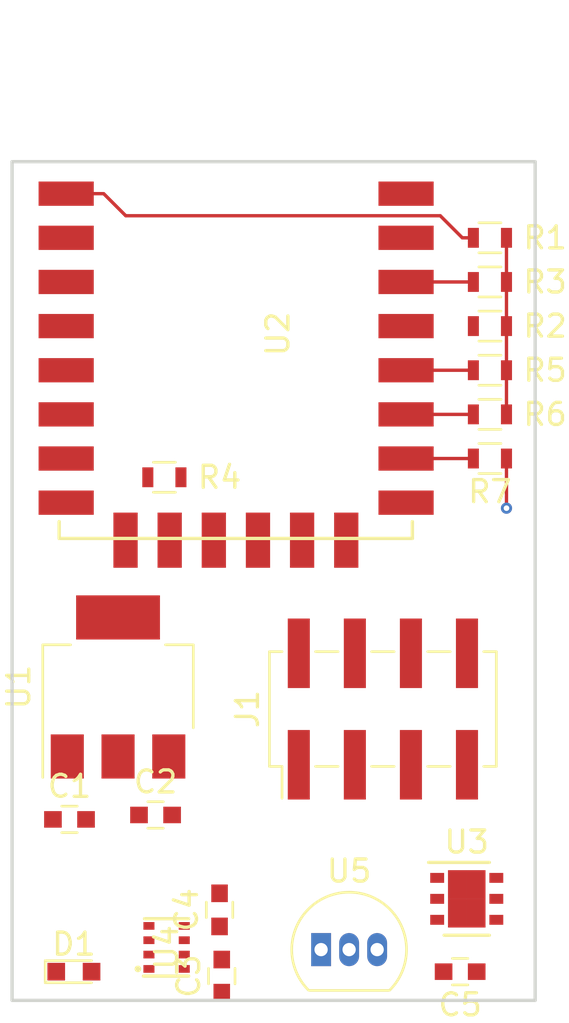
<source format=kicad_pcb>
(kicad_pcb (version 4) (host pcbnew 4.0.7)

  (general
    (links 51)
    (no_connects 42)
    (area 148.024999 104.224999 171.875001 142.375001)
    (thickness 1.6)
    (drawings 7)
    (tracks 15)
    (zones 0)
    (modules 19)
    (nets 26)
  )

  (page A4)
  (layers
    (0 F.Cu signal)
    (31 B.Cu signal)
    (33 F.Adhes user)
    (35 F.Paste user)
    (37 F.SilkS user)
    (39 F.Mask user)
    (44 Edge.Cuts user)
    (45 Margin user)
    (47 F.CrtYd user)
    (49 F.Fab user hide)
  )

  (setup
    (last_trace_width 0.1524)
    (user_trace_width 0.1524)
    (trace_clearance 0.2)
    (zone_clearance 0.508)
    (zone_45_only no)
    (trace_min 0.1524)
    (segment_width 0.2)
    (edge_width 0.15)
    (via_size 0.6)
    (via_drill 0.4)
    (via_min_size 0.508)
    (via_min_drill 0.254)
    (user_via 0.508 0.254)
    (uvia_size 0.3)
    (uvia_drill 0.1)
    (uvias_allowed no)
    (uvia_min_size 0.2)
    (uvia_min_drill 0.1)
    (pcb_text_width 0.3)
    (pcb_text_size 1.5 1.5)
    (mod_edge_width 0.15)
    (mod_text_size 1 1)
    (mod_text_width 0.15)
    (pad_size 1.524 1.524)
    (pad_drill 0.762)
    (pad_to_mask_clearance 0.2)
    (aux_axis_origin 0 0)
    (visible_elements FFFEFF7F)
    (pcbplotparams
      (layerselection 0x00030_80000001)
      (usegerberextensions false)
      (excludeedgelayer true)
      (linewidth 0.100000)
      (plotframeref false)
      (viasonmask false)
      (mode 1)
      (useauxorigin false)
      (hpglpennumber 1)
      (hpglpenspeed 20)
      (hpglpendiameter 15)
      (hpglpenoverlay 2)
      (psnegative false)
      (psa4output false)
      (plotreference true)
      (plotvalue true)
      (plotinvisibletext false)
      (padsonsilk false)
      (subtractmaskfromsilk false)
      (outputformat 1)
      (mirror false)
      (drillshape 1)
      (scaleselection 1)
      (outputdirectory ""))
  )

  (net 0 "")
  (net 1 /RESET)
  (net 2 "Net-(U2-Pad2)")
  (net 3 +3V3)
  (net 4 "Net-(U2-Pad4)")
  (net 5 /SCL)
  (net 6 "Net-(U2-Pad6)")
  (net 7 "Net-(U2-Pad7)")
  (net 8 GND)
  (net 9 "Net-(R7-Pad2)")
  (net 10 /SDA)
  (net 11 /BOOT)
  (net 12 /LED)
  (net 13 /RXD)
  (net 14 /TXD)
  (net 15 "Net-(U2-Pad17)")
  (net 16 "Net-(U2-Pad18)")
  (net 17 "Net-(U2-Pad19)")
  (net 18 "Net-(U2-Pad20)")
  (net 19 "Net-(U2-Pad21)")
  (net 20 "Net-(U2-Pad22)")
  (net 21 +5V)
  (net 22 "Net-(D1-Pad1)")
  (net 23 "Net-(U3-Pad3)")
  (net 24 "Net-(U3-Pad4)")
  (net 25 /DATA)

  (net_class Default "This is the default net class."
    (clearance 0.2)
    (trace_width 0.25)
    (via_dia 0.6)
    (via_drill 0.4)
    (uvia_dia 0.3)
    (uvia_drill 0.1)
    (add_net +3V3)
    (add_net +5V)
    (add_net /BOOT)
    (add_net /DATA)
    (add_net /LED)
    (add_net /RESET)
    (add_net /RXD)
    (add_net /SCL)
    (add_net /SDA)
    (add_net /TXD)
    (add_net GND)
    (add_net "Net-(D1-Pad1)")
    (add_net "Net-(R7-Pad2)")
    (add_net "Net-(U2-Pad17)")
    (add_net "Net-(U2-Pad18)")
    (add_net "Net-(U2-Pad19)")
    (add_net "Net-(U2-Pad2)")
    (add_net "Net-(U2-Pad20)")
    (add_net "Net-(U2-Pad21)")
    (add_net "Net-(U2-Pad22)")
    (add_net "Net-(U2-Pad4)")
    (add_net "Net-(U2-Pad6)")
    (add_net "Net-(U2-Pad7)")
    (add_net "Net-(U3-Pad3)")
    (add_net "Net-(U3-Pad4)")
  )

  (module Resistors_SMD:R_0603 (layer F.Cu) (tedit 5A9DBAF5) (tstamp 5A9C5185)
    (at 169.75 107.75)
    (descr "Resistor SMD 0603, reflow soldering, Vishay (see dcrcw.pdf)")
    (tags "resistor 0603")
    (path /5A92CA17)
    (attr smd)
    (fp_text reference R1 (at 2.5 0) (layer F.SilkS)
      (effects (font (size 1 1) (thickness 0.15)))
    )
    (fp_text value 10k (at 0 1.5) (layer F.Fab)
      (effects (font (size 1 1) (thickness 0.15)))
    )
    (fp_text user %R (at 0 0) (layer F.Fab)
      (effects (font (size 0.4 0.4) (thickness 0.075)))
    )
    (fp_line (start -0.8 0.4) (end -0.8 -0.4) (layer F.Fab) (width 0.1))
    (fp_line (start 0.8 0.4) (end -0.8 0.4) (layer F.Fab) (width 0.1))
    (fp_line (start 0.8 -0.4) (end 0.8 0.4) (layer F.Fab) (width 0.1))
    (fp_line (start -0.8 -0.4) (end 0.8 -0.4) (layer F.Fab) (width 0.1))
    (fp_line (start 0.5 0.68) (end -0.5 0.68) (layer F.SilkS) (width 0.12))
    (fp_line (start -0.5 -0.68) (end 0.5 -0.68) (layer F.SilkS) (width 0.12))
    (fp_line (start -1.25 -0.7) (end 1.25 -0.7) (layer F.CrtYd) (width 0.05))
    (fp_line (start -1.25 -0.7) (end -1.25 0.7) (layer F.CrtYd) (width 0.05))
    (fp_line (start 1.25 0.7) (end 1.25 -0.7) (layer F.CrtYd) (width 0.05))
    (fp_line (start 1.25 0.7) (end -1.25 0.7) (layer F.CrtYd) (width 0.05))
    (pad 1 smd rect (at -0.75 0) (size 0.5 0.9) (layers F.Cu F.Paste F.Mask)
      (net 1 /RESET))
    (pad 2 smd rect (at 0.75 0) (size 0.5 0.9) (layers F.Cu F.Paste F.Mask)
      (net 3 +3V3))
    (model ${KISYS3DMOD}/Resistors_SMD.3dshapes/R_0603.wrl
      (at (xyz 0 0 0))
      (scale (xyz 1 1 1))
      (rotate (xyz 0 0 0))
    )
  )

  (module ESP8266:ESP-12E_SMD (layer F.Cu) (tedit 58FB7FFE) (tstamp 5A9C311B)
    (at 151.25 105.75)
    (descr "Module, ESP-8266, ESP-12, 16 pad, SMD")
    (tags "Module ESP-8266 ESP8266")
    (path /5A92C426)
    (fp_text reference U2 (at 8.89 6.35 90) (layer F.SilkS)
      (effects (font (size 1 1) (thickness 0.15)))
    )
    (fp_text value ESP-12F (at 5.08 6.35 90) (layer F.Fab) hide
      (effects (font (size 1 1) (thickness 0.15)))
    )
    (fp_line (start -2.25 -0.5) (end -2.25 -8.75) (layer F.CrtYd) (width 0.05))
    (fp_line (start -2.25 -8.75) (end 15.25 -8.75) (layer F.CrtYd) (width 0.05))
    (fp_line (start 15.25 -8.75) (end 16.25 -8.75) (layer F.CrtYd) (width 0.05))
    (fp_line (start 16.25 -8.75) (end 16.25 16) (layer F.CrtYd) (width 0.05))
    (fp_line (start 16.25 16) (end -2.25 16) (layer F.CrtYd) (width 0.05))
    (fp_line (start -2.25 16) (end -2.25 -0.5) (layer F.CrtYd) (width 0.05))
    (fp_line (start -1.016 -8.382) (end 14.986 -8.382) (layer F.CrtYd) (width 0.1524))
    (fp_line (start 14.986 -8.382) (end 14.986 -0.889) (layer F.CrtYd) (width 0.1524))
    (fp_line (start -1.016 -8.382) (end -1.016 -1.016) (layer F.CrtYd) (width 0.1524))
    (fp_line (start -1.016 14.859) (end -1.016 15.621) (layer F.SilkS) (width 0.1524))
    (fp_line (start -1.016 15.621) (end 14.986 15.621) (layer F.SilkS) (width 0.1524))
    (fp_line (start 14.986 15.621) (end 14.986 14.859) (layer F.SilkS) (width 0.1524))
    (fp_line (start 14.992 -8.4) (end -1.008 -2.6) (layer F.CrtYd) (width 0.1524))
    (fp_line (start -1.008 -8.4) (end 14.992 -2.6) (layer F.CrtYd) (width 0.1524))
    (fp_text user "No Copper" (at 6.892 -5.4) (layer F.CrtYd)
      (effects (font (size 1 1) (thickness 0.15)))
    )
    (fp_line (start -1.008 -2.6) (end 14.992 -2.6) (layer F.CrtYd) (width 0.1524))
    (fp_line (start 15 -8.4) (end 15 15.6) (layer F.Fab) (width 0.05))
    (fp_line (start 14.992 15.6) (end -1.008 15.6) (layer F.Fab) (width 0.05))
    (fp_line (start -1.008 15.6) (end -1.008 -8.4) (layer F.Fab) (width 0.05))
    (fp_line (start -1.008 -8.4) (end 14.992 -8.4) (layer F.Fab) (width 0.05))
    (pad 1 smd rect (at 0 0) (size 2.5 1.1) (drill (offset -0.7 0)) (layers F.Cu F.Paste F.Mask)
      (net 1 /RESET))
    (pad 2 smd rect (at 0 2) (size 2.5 1.1) (drill (offset -0.7 0)) (layers F.Cu F.Paste F.Mask)
      (net 2 "Net-(U2-Pad2)"))
    (pad 3 smd rect (at 0 4) (size 2.5 1.1) (drill (offset -0.7 0)) (layers F.Cu F.Paste F.Mask)
      (net 3 +3V3))
    (pad 4 smd rect (at 0 6) (size 2.5 1.1) (drill (offset -0.7 0)) (layers F.Cu F.Paste F.Mask)
      (net 4 "Net-(U2-Pad4)"))
    (pad 5 smd rect (at 0 8) (size 2.5 1.1) (drill (offset -0.7 0)) (layers F.Cu F.Paste F.Mask)
      (net 5 /SCL))
    (pad 6 smd rect (at 0 10) (size 2.5 1.1) (drill (offset -0.7 0)) (layers F.Cu F.Paste F.Mask)
      (net 6 "Net-(U2-Pad6)"))
    (pad 7 smd rect (at 0 12) (size 2.5 1.1) (drill (offset -0.7 0)) (layers F.Cu F.Paste F.Mask)
      (net 7 "Net-(U2-Pad7)"))
    (pad 8 smd rect (at 0 14) (size 2.5 1.1) (drill (offset -0.7 0)) (layers F.Cu F.Paste F.Mask)
      (net 3 +3V3))
    (pad 9 smd rect (at 14 14) (size 2.5 1.1) (drill (offset 0.7 0)) (layers F.Cu F.Paste F.Mask)
      (net 8 GND))
    (pad 10 smd rect (at 14 12) (size 2.5 1.1) (drill (offset 0.7 0)) (layers F.Cu F.Paste F.Mask)
      (net 9 "Net-(R7-Pad2)"))
    (pad 11 smd rect (at 14 10) (size 2.5 1.1) (drill (offset 0.7 0)) (layers F.Cu F.Paste F.Mask)
      (net 10 /SDA))
    (pad 12 smd rect (at 14 8) (size 2.5 1.1) (drill (offset 0.7 0)) (layers F.Cu F.Paste F.Mask)
      (net 11 /BOOT))
    (pad 13 smd rect (at 14 6) (size 2.5 1.1) (drill (offset 0.7 0)) (layers F.Cu F.Paste F.Mask)
      (net 12 /LED))
    (pad 14 smd rect (at 14 4) (size 2.5 1.1) (drill (offset 0.7 0)) (layers F.Cu F.Paste F.Mask)
      (net 25 /DATA))
    (pad 15 smd rect (at 14 2) (size 2.5 1.1) (drill (offset 0.7 0)) (layers F.Cu F.Paste F.Mask)
      (net 13 /RXD))
    (pad 16 smd rect (at 14 0) (size 2.5 1.1) (drill (offset 0.7 0)) (layers F.Cu F.Paste F.Mask)
      (net 14 /TXD))
    (pad 17 smd rect (at 1.99 15 90) (size 2.5 1.1) (drill (offset -0.7 0)) (layers F.Cu F.Paste F.Mask)
      (net 15 "Net-(U2-Pad17)"))
    (pad 18 smd rect (at 3.99 15 90) (size 2.5 1.1) (drill (offset -0.7 0)) (layers F.Cu F.Paste F.Mask)
      (net 16 "Net-(U2-Pad18)"))
    (pad 19 smd rect (at 5.99 15 90) (size 2.5 1.1) (drill (offset -0.7 0)) (layers F.Cu F.Paste F.Mask)
      (net 17 "Net-(U2-Pad19)"))
    (pad 20 smd rect (at 7.99 15 90) (size 2.5 1.1) (drill (offset -0.7 0)) (layers F.Cu F.Paste F.Mask)
      (net 18 "Net-(U2-Pad20)"))
    (pad 21 smd rect (at 9.99 15 90) (size 2.5 1.1) (drill (offset -0.7 0)) (layers F.Cu F.Paste F.Mask)
      (net 19 "Net-(U2-Pad21)"))
    (pad 22 smd rect (at 11.99 15 90) (size 2.5 1.1) (drill (offset -0.7 0)) (layers F.Cu F.Paste F.Mask)
      (net 20 "Net-(U2-Pad22)"))
    (model ${ESPLIB}/ESP8266.3dshapes/ESP-12.wrl
      (at (xyz 0 0 0))
      (scale (xyz 0.3937 0.3937 0.3937))
      (rotate (xyz 0 0 0))
    )
    (model ../../../../../Users/max/Documents/KiCad/Libraries/kicad-ESP8266-master/ESP8266.3dshapes/ESP-12-E-better.wrl
      (at (xyz 0 0 0))
      (scale (xyz 1 1 1))
      (rotate (xyz 0 0 0))
    )
  )

  (module MaxNil:BOSCH_BMP280 (layer F.Cu) (tedit 57B9A9F3) (tstamp 5A9C312E)
    (at 155.1 139.9 90)
    (path /5A9331AD)
    (fp_text reference U4 (at 0 0 90) (layer F.SilkS)
      (effects (font (size 1 1) (thickness 0.15)))
    )
    (fp_text value BMP280 (at 0 -0.5 90) (layer F.Fab)
      (effects (font (size 0.5 0.5) (thickness 0.1)))
    )
    (fp_circle (center -0.975 -1.3) (end -0.9 -1.3) (layer F.SilkS) (width 0.15))
    (fp_line (start -1.4 -1.3) (end 1.4 -1.3) (layer F.CrtYd) (width 0.05))
    (fp_line (start 1.3 -1) (end 1.3 1) (layer F.SilkS) (width 0.15))
    (fp_line (start -1.3 1) (end -1.3 -1.05) (layer F.SilkS) (width 0.15))
    (fp_line (start -1.4 1.3) (end 1.4 1.3) (layer F.CrtYd) (width 0.05))
    (fp_line (start -1.4 1.3) (end -1.4 -1.3) (layer F.CrtYd) (width 0.05))
    (fp_line (start 1.4 1.3) (end 1.4 -1.3) (layer F.CrtYd) (width 0.05))
    (pad 1 smd rect (at -0.975 -0.8 90) (size 0.35 0.5) (layers F.Cu F.Paste F.Mask)
      (net 8 GND) (solder_mask_margin 0.05))
    (pad 2 smd rect (at -0.325 -0.8 90) (size 0.35 0.5) (layers F.Cu F.Paste F.Mask)
      (net 3 +3V3) (solder_mask_margin 0.05))
    (pad 3 smd rect (at 0.325 -0.8 90) (size 0.35 0.5) (layers F.Cu F.Paste F.Mask)
      (net 10 /SDA) (solder_mask_margin 0.05))
    (pad 4 smd rect (at 0.975 -0.8 90) (size 0.35 0.5) (layers F.Cu F.Paste F.Mask)
      (net 5 /SCL) (solder_mask_margin 0.05))
    (pad 8 smd rect (at -0.975 0.8 90) (size 0.35 0.5) (layers F.Cu F.Paste F.Mask)
      (net 3 +3V3) (solder_mask_margin 0.05))
    (pad 7 smd rect (at -0.325 0.8 90) (size 0.35 0.5) (layers F.Cu F.Paste F.Mask)
      (net 8 GND) (solder_mask_margin 0.05))
    (pad 6 smd rect (at 0.325 0.8 90) (size 0.35 0.5) (layers F.Cu F.Paste F.Mask)
      (net 3 +3V3) (solder_mask_margin 0.05))
    (pad 5 smd rect (at 0.975 0.8 90) (size 0.35 0.5) (layers F.Cu F.Paste F.Mask)
      (net 8 GND) (solder_mask_margin 0.05))
    (model ${KISYS3DMOD}/modules.3dshapes/BOSCH_BMP280.wrl
      (at (xyz 0 0 0))
      (scale (xyz 1 1 1))
      (rotate (xyz 0 0 0))
    )
  )

  (module Capacitors_SMD:C_0603 (layer F.Cu) (tedit 59958EE7) (tstamp 5A9C5161)
    (at 150.7 134.1)
    (descr "Capacitor SMD 0603, reflow soldering, AVX (see smccp.pdf)")
    (tags "capacitor 0603")
    (path /5A9C8BE3)
    (attr smd)
    (fp_text reference C1 (at 0 -1.5) (layer F.SilkS)
      (effects (font (size 1 1) (thickness 0.15)))
    )
    (fp_text value 1u (at 0 1.5) (layer F.Fab)
      (effects (font (size 1 1) (thickness 0.15)))
    )
    (fp_line (start 1.4 0.65) (end -1.4 0.65) (layer F.CrtYd) (width 0.05))
    (fp_line (start 1.4 0.65) (end 1.4 -0.65) (layer F.CrtYd) (width 0.05))
    (fp_line (start -1.4 -0.65) (end -1.4 0.65) (layer F.CrtYd) (width 0.05))
    (fp_line (start -1.4 -0.65) (end 1.4 -0.65) (layer F.CrtYd) (width 0.05))
    (fp_line (start 0.35 0.6) (end -0.35 0.6) (layer F.SilkS) (width 0.12))
    (fp_line (start -0.35 -0.6) (end 0.35 -0.6) (layer F.SilkS) (width 0.12))
    (fp_line (start -0.8 -0.4) (end 0.8 -0.4) (layer F.Fab) (width 0.1))
    (fp_line (start 0.8 -0.4) (end 0.8 0.4) (layer F.Fab) (width 0.1))
    (fp_line (start 0.8 0.4) (end -0.8 0.4) (layer F.Fab) (width 0.1))
    (fp_line (start -0.8 0.4) (end -0.8 -0.4) (layer F.Fab) (width 0.1))
    (fp_text user %R (at 0 0) (layer F.Fab)
      (effects (font (size 0.3 0.3) (thickness 0.075)))
    )
    (pad 2 smd rect (at 0.75 0) (size 0.8 0.75) (layers F.Cu F.Paste F.Mask)
      (net 8 GND))
    (pad 1 smd rect (at -0.75 0) (size 0.8 0.75) (layers F.Cu F.Paste F.Mask)
      (net 21 +5V))
    (model Capacitors_SMD.3dshapes/C_0603.wrl
      (at (xyz 0 0 0))
      (scale (xyz 1 1 1))
      (rotate (xyz 0 0 0))
    )
  )

  (module Capacitors_SMD:C_0603 (layer F.Cu) (tedit 59958EE7) (tstamp 5A9C5167)
    (at 154.6 133.9)
    (descr "Capacitor SMD 0603, reflow soldering, AVX (see smccp.pdf)")
    (tags "capacitor 0603")
    (path /5A9C8B8C)
    (attr smd)
    (fp_text reference C2 (at 0 -1.5) (layer F.SilkS)
      (effects (font (size 1 1) (thickness 0.15)))
    )
    (fp_text value 1u (at 0 1.5) (layer F.Fab)
      (effects (font (size 1 1) (thickness 0.15)))
    )
    (fp_line (start 1.4 0.65) (end -1.4 0.65) (layer F.CrtYd) (width 0.05))
    (fp_line (start 1.4 0.65) (end 1.4 -0.65) (layer F.CrtYd) (width 0.05))
    (fp_line (start -1.4 -0.65) (end -1.4 0.65) (layer F.CrtYd) (width 0.05))
    (fp_line (start -1.4 -0.65) (end 1.4 -0.65) (layer F.CrtYd) (width 0.05))
    (fp_line (start 0.35 0.6) (end -0.35 0.6) (layer F.SilkS) (width 0.12))
    (fp_line (start -0.35 -0.6) (end 0.35 -0.6) (layer F.SilkS) (width 0.12))
    (fp_line (start -0.8 -0.4) (end 0.8 -0.4) (layer F.Fab) (width 0.1))
    (fp_line (start 0.8 -0.4) (end 0.8 0.4) (layer F.Fab) (width 0.1))
    (fp_line (start 0.8 0.4) (end -0.8 0.4) (layer F.Fab) (width 0.1))
    (fp_line (start -0.8 0.4) (end -0.8 -0.4) (layer F.Fab) (width 0.1))
    (fp_text user %R (at 0 0) (layer F.Fab)
      (effects (font (size 0.3 0.3) (thickness 0.075)))
    )
    (pad 2 smd rect (at 0.75 0) (size 0.8 0.75) (layers F.Cu F.Paste F.Mask)
      (net 8 GND))
    (pad 1 smd rect (at -0.75 0) (size 0.8 0.75) (layers F.Cu F.Paste F.Mask)
      (net 3 +3V3))
    (model Capacitors_SMD.3dshapes/C_0603.wrl
      (at (xyz 0 0 0))
      (scale (xyz 1 1 1))
      (rotate (xyz 0 0 0))
    )
  )

  (module Capacitors_SMD:C_0603 (layer F.Cu) (tedit 59958EE7) (tstamp 5A9C516D)
    (at 157.6 141.2 90)
    (descr "Capacitor SMD 0603, reflow soldering, AVX (see smccp.pdf)")
    (tags "capacitor 0603")
    (path /5A92C931)
    (attr smd)
    (fp_text reference C3 (at 0 -1.5 90) (layer F.SilkS)
      (effects (font (size 1 1) (thickness 0.15)))
    )
    (fp_text value 0.1u (at 0 1.5 90) (layer F.Fab)
      (effects (font (size 1 1) (thickness 0.15)))
    )
    (fp_line (start 1.4 0.65) (end -1.4 0.65) (layer F.CrtYd) (width 0.05))
    (fp_line (start 1.4 0.65) (end 1.4 -0.65) (layer F.CrtYd) (width 0.05))
    (fp_line (start -1.4 -0.65) (end -1.4 0.65) (layer F.CrtYd) (width 0.05))
    (fp_line (start -1.4 -0.65) (end 1.4 -0.65) (layer F.CrtYd) (width 0.05))
    (fp_line (start 0.35 0.6) (end -0.35 0.6) (layer F.SilkS) (width 0.12))
    (fp_line (start -0.35 -0.6) (end 0.35 -0.6) (layer F.SilkS) (width 0.12))
    (fp_line (start -0.8 -0.4) (end 0.8 -0.4) (layer F.Fab) (width 0.1))
    (fp_line (start 0.8 -0.4) (end 0.8 0.4) (layer F.Fab) (width 0.1))
    (fp_line (start 0.8 0.4) (end -0.8 0.4) (layer F.Fab) (width 0.1))
    (fp_line (start -0.8 0.4) (end -0.8 -0.4) (layer F.Fab) (width 0.1))
    (fp_text user %R (at 0 0 90) (layer F.Fab)
      (effects (font (size 0.3 0.3) (thickness 0.075)))
    )
    (pad 2 smd rect (at 0.75 0 90) (size 0.8 0.75) (layers F.Cu F.Paste F.Mask)
      (net 8 GND))
    (pad 1 smd rect (at -0.75 0 90) (size 0.8 0.75) (layers F.Cu F.Paste F.Mask)
      (net 3 +3V3))
    (model Capacitors_SMD.3dshapes/C_0603.wrl
      (at (xyz 0 0 0))
      (scale (xyz 1 1 1))
      (rotate (xyz 0 0 0))
    )
  )

  (module Capacitors_SMD:C_0603 (layer F.Cu) (tedit 59958EE7) (tstamp 5A9C5173)
    (at 157.5 138.2 90)
    (descr "Capacitor SMD 0603, reflow soldering, AVX (see smccp.pdf)")
    (tags "capacitor 0603")
    (path /5A9C4617)
    (attr smd)
    (fp_text reference C4 (at 0 -1.5 90) (layer F.SilkS)
      (effects (font (size 1 1) (thickness 0.15)))
    )
    (fp_text value 0.1u (at 0 1.5 90) (layer F.Fab)
      (effects (font (size 1 1) (thickness 0.15)))
    )
    (fp_line (start 1.4 0.65) (end -1.4 0.65) (layer F.CrtYd) (width 0.05))
    (fp_line (start 1.4 0.65) (end 1.4 -0.65) (layer F.CrtYd) (width 0.05))
    (fp_line (start -1.4 -0.65) (end -1.4 0.65) (layer F.CrtYd) (width 0.05))
    (fp_line (start -1.4 -0.65) (end 1.4 -0.65) (layer F.CrtYd) (width 0.05))
    (fp_line (start 0.35 0.6) (end -0.35 0.6) (layer F.SilkS) (width 0.12))
    (fp_line (start -0.35 -0.6) (end 0.35 -0.6) (layer F.SilkS) (width 0.12))
    (fp_line (start -0.8 -0.4) (end 0.8 -0.4) (layer F.Fab) (width 0.1))
    (fp_line (start 0.8 -0.4) (end 0.8 0.4) (layer F.Fab) (width 0.1))
    (fp_line (start 0.8 0.4) (end -0.8 0.4) (layer F.Fab) (width 0.1))
    (fp_line (start -0.8 0.4) (end -0.8 -0.4) (layer F.Fab) (width 0.1))
    (fp_text user %R (at 0 0 90) (layer F.Fab)
      (effects (font (size 0.3 0.3) (thickness 0.075)))
    )
    (pad 2 smd rect (at 0.75 0 90) (size 0.8 0.75) (layers F.Cu F.Paste F.Mask)
      (net 8 GND))
    (pad 1 smd rect (at -0.75 0 90) (size 0.8 0.75) (layers F.Cu F.Paste F.Mask)
      (net 3 +3V3))
    (model Capacitors_SMD.3dshapes/C_0603.wrl
      (at (xyz 0 0 0))
      (scale (xyz 1 1 1))
      (rotate (xyz 0 0 0))
    )
  )

  (module Capacitors_SMD:C_0603 (layer F.Cu) (tedit 5A9C6701) (tstamp 5A9C5179)
    (at 168.4 141 180)
    (descr "Capacitor SMD 0603, reflow soldering, AVX (see smccp.pdf)")
    (tags "capacitor 0603")
    (path /5A92C8F3)
    (attr smd)
    (fp_text reference C5 (at 0 -1.5 180) (layer F.SilkS)
      (effects (font (size 1 1) (thickness 0.15)))
    )
    (fp_text value 0.1u (at 0 1.5 180) (layer F.Fab)
      (effects (font (size 1 1) (thickness 0.15)))
    )
    (fp_line (start 1.4 0.65) (end -1.4 0.65) (layer F.CrtYd) (width 0.05))
    (fp_line (start 1.4 0.65) (end 1.4 -0.65) (layer F.CrtYd) (width 0.05))
    (fp_line (start -1.4 -0.65) (end -1.4 0.65) (layer F.CrtYd) (width 0.05))
    (fp_line (start -1.4 -0.65) (end 1.4 -0.65) (layer F.CrtYd) (width 0.05))
    (fp_line (start 0.35 0.6) (end -0.35 0.6) (layer F.SilkS) (width 0.12))
    (fp_line (start -0.35 -0.6) (end 0.35 -0.6) (layer F.SilkS) (width 0.12))
    (fp_line (start -0.8 -0.4) (end 0.8 -0.4) (layer F.Fab) (width 0.1))
    (fp_line (start 0.8 -0.4) (end 0.8 0.4) (layer F.Fab) (width 0.1))
    (fp_line (start 0.8 0.4) (end -0.8 0.4) (layer F.Fab) (width 0.1))
    (fp_line (start -0.8 0.4) (end -0.8 -0.4) (layer F.Fab) (width 0.1))
    (fp_text user %R (at 0 0 180) (layer F.Fab)
      (effects (font (size 0.3 0.3) (thickness 0.075)))
    )
    (pad 2 smd rect (at 0.75 0 180) (size 0.8 0.75) (layers F.Cu F.Paste F.Mask)
      (net 8 GND))
    (pad 1 smd rect (at -0.75 0 180) (size 0.8 0.75) (layers F.Cu F.Paste F.Mask)
      (net 3 +3V3))
    (model Capacitors_SMD.3dshapes/C_0603.wrl
      (at (xyz 0 0 0))
      (scale (xyz 1 1 1))
      (rotate (xyz 0 0 0))
    )
  )

  (module LEDs:LED_0603 (layer F.Cu) (tedit 57FE93A5) (tstamp 5A9C517F)
    (at 150.9 141)
    (descr "LED 0603 smd package")
    (tags "LED led 0603 SMD smd SMT smt smdled SMDLED smtled SMTLED")
    (path /5A92C9C9)
    (attr smd)
    (fp_text reference D1 (at 0 -1.25) (layer F.SilkS)
      (effects (font (size 1 1) (thickness 0.15)))
    )
    (fp_text value "White LED" (at 0 1.35) (layer F.Fab)
      (effects (font (size 1 1) (thickness 0.15)))
    )
    (fp_line (start -1.3 -0.5) (end -1.3 0.5) (layer F.SilkS) (width 0.12))
    (fp_line (start -0.2 -0.2) (end -0.2 0.2) (layer F.Fab) (width 0.1))
    (fp_line (start -0.15 0) (end 0.15 -0.2) (layer F.Fab) (width 0.1))
    (fp_line (start 0.15 0.2) (end -0.15 0) (layer F.Fab) (width 0.1))
    (fp_line (start 0.15 -0.2) (end 0.15 0.2) (layer F.Fab) (width 0.1))
    (fp_line (start 0.8 0.4) (end -0.8 0.4) (layer F.Fab) (width 0.1))
    (fp_line (start 0.8 -0.4) (end 0.8 0.4) (layer F.Fab) (width 0.1))
    (fp_line (start -0.8 -0.4) (end 0.8 -0.4) (layer F.Fab) (width 0.1))
    (fp_line (start -0.8 0.4) (end -0.8 -0.4) (layer F.Fab) (width 0.1))
    (fp_line (start -1.3 0.5) (end 0.8 0.5) (layer F.SilkS) (width 0.12))
    (fp_line (start -1.3 -0.5) (end 0.8 -0.5) (layer F.SilkS) (width 0.12))
    (fp_line (start 1.45 -0.65) (end 1.45 0.65) (layer F.CrtYd) (width 0.05))
    (fp_line (start 1.45 0.65) (end -1.45 0.65) (layer F.CrtYd) (width 0.05))
    (fp_line (start -1.45 0.65) (end -1.45 -0.65) (layer F.CrtYd) (width 0.05))
    (fp_line (start -1.45 -0.65) (end 1.45 -0.65) (layer F.CrtYd) (width 0.05))
    (pad 2 smd rect (at 0.8 0 180) (size 0.8 0.8) (layers F.Cu F.Paste F.Mask)
      (net 3 +3V3))
    (pad 1 smd rect (at -0.8 0 180) (size 0.8 0.8) (layers F.Cu F.Paste F.Mask)
      (net 22 "Net-(D1-Pad1)"))
    (model ${KISYS3DMOD}/LEDs.3dshapes/LED_0603.wrl
      (at (xyz 0 0 0))
      (scale (xyz 1 1 1))
      (rotate (xyz 0 0 180))
    )
  )

  (module Resistors_SMD:R_0603 (layer F.Cu) (tedit 5A9DBAFB) (tstamp 5A9C518B)
    (at 169.75 111.75)
    (descr "Resistor SMD 0603, reflow soldering, Vishay (see dcrcw.pdf)")
    (tags "resistor 0603")
    (path /5A92CA65)
    (attr smd)
    (fp_text reference R2 (at 2.5 0) (layer F.SilkS)
      (effects (font (size 1 1) (thickness 0.15)))
    )
    (fp_text value 10k (at 0 1.5) (layer F.Fab)
      (effects (font (size 1 1) (thickness 0.15)))
    )
    (fp_text user %R (at 0 0) (layer F.Fab)
      (effects (font (size 0.4 0.4) (thickness 0.075)))
    )
    (fp_line (start -0.8 0.4) (end -0.8 -0.4) (layer F.Fab) (width 0.1))
    (fp_line (start 0.8 0.4) (end -0.8 0.4) (layer F.Fab) (width 0.1))
    (fp_line (start 0.8 -0.4) (end 0.8 0.4) (layer F.Fab) (width 0.1))
    (fp_line (start -0.8 -0.4) (end 0.8 -0.4) (layer F.Fab) (width 0.1))
    (fp_line (start 0.5 0.68) (end -0.5 0.68) (layer F.SilkS) (width 0.12))
    (fp_line (start -0.5 -0.68) (end 0.5 -0.68) (layer F.SilkS) (width 0.12))
    (fp_line (start -1.25 -0.7) (end 1.25 -0.7) (layer F.CrtYd) (width 0.05))
    (fp_line (start -1.25 -0.7) (end -1.25 0.7) (layer F.CrtYd) (width 0.05))
    (fp_line (start 1.25 0.7) (end 1.25 -0.7) (layer F.CrtYd) (width 0.05))
    (fp_line (start 1.25 0.7) (end -1.25 0.7) (layer F.CrtYd) (width 0.05))
    (pad 1 smd rect (at -0.75 0) (size 0.5 0.9) (layers F.Cu F.Paste F.Mask)
      (net 5 /SCL))
    (pad 2 smd rect (at 0.75 0) (size 0.5 0.9) (layers F.Cu F.Paste F.Mask)
      (net 3 +3V3))
    (model ${KISYS3DMOD}/Resistors_SMD.3dshapes/R_0603.wrl
      (at (xyz 0 0 0))
      (scale (xyz 1 1 1))
      (rotate (xyz 0 0 0))
    )
  )

  (module Resistors_SMD:R_0603 (layer F.Cu) (tedit 5A9DBB04) (tstamp 5A9C5191)
    (at 169.75 109.75 180)
    (descr "Resistor SMD 0603, reflow soldering, Vishay (see dcrcw.pdf)")
    (tags "resistor 0603")
    (path /5A9C9735)
    (attr smd)
    (fp_text reference R3 (at -2.5 0 180) (layer F.SilkS)
      (effects (font (size 1 1) (thickness 0.15)))
    )
    (fp_text value 4.7k (at 0 1.5 180) (layer F.Fab)
      (effects (font (size 1 1) (thickness 0.15)))
    )
    (fp_text user %R (at 0 0 180) (layer F.Fab)
      (effects (font (size 0.4 0.4) (thickness 0.075)))
    )
    (fp_line (start -0.8 0.4) (end -0.8 -0.4) (layer F.Fab) (width 0.1))
    (fp_line (start 0.8 0.4) (end -0.8 0.4) (layer F.Fab) (width 0.1))
    (fp_line (start 0.8 -0.4) (end 0.8 0.4) (layer F.Fab) (width 0.1))
    (fp_line (start -0.8 -0.4) (end 0.8 -0.4) (layer F.Fab) (width 0.1))
    (fp_line (start 0.5 0.68) (end -0.5 0.68) (layer F.SilkS) (width 0.12))
    (fp_line (start -0.5 -0.68) (end 0.5 -0.68) (layer F.SilkS) (width 0.12))
    (fp_line (start -1.25 -0.7) (end 1.25 -0.7) (layer F.CrtYd) (width 0.05))
    (fp_line (start -1.25 -0.7) (end -1.25 0.7) (layer F.CrtYd) (width 0.05))
    (fp_line (start 1.25 0.7) (end 1.25 -0.7) (layer F.CrtYd) (width 0.05))
    (fp_line (start 1.25 0.7) (end -1.25 0.7) (layer F.CrtYd) (width 0.05))
    (pad 1 smd rect (at -0.75 0 180) (size 0.5 0.9) (layers F.Cu F.Paste F.Mask)
      (net 3 +3V3))
    (pad 2 smd rect (at 0.75 0 180) (size 0.5 0.9) (layers F.Cu F.Paste F.Mask)
      (net 25 /DATA))
    (model ${KISYS3DMOD}/Resistors_SMD.3dshapes/R_0603.wrl
      (at (xyz 0 0 0))
      (scale (xyz 1 1 1))
      (rotate (xyz 0 0 0))
    )
  )

  (module Resistors_SMD:R_0603 (layer F.Cu) (tedit 5A9DBCE4) (tstamp 5A9C519D)
    (at 169.75 113.75 180)
    (descr "Resistor SMD 0603, reflow soldering, Vishay (see dcrcw.pdf)")
    (tags "resistor 0603")
    (path /5A92CA9F)
    (attr smd)
    (fp_text reference R5 (at -2.5 0 180) (layer F.SilkS)
      (effects (font (size 1 1) (thickness 0.15)))
    )
    (fp_text value 1k (at 0 1.5 180) (layer F.Fab)
      (effects (font (size 1 1) (thickness 0.15)))
    )
    (fp_text user %R (at 0 0 180) (layer F.Fab)
      (effects (font (size 0.4 0.4) (thickness 0.075)))
    )
    (fp_line (start -0.8 0.4) (end -0.8 -0.4) (layer F.Fab) (width 0.1))
    (fp_line (start 0.8 0.4) (end -0.8 0.4) (layer F.Fab) (width 0.1))
    (fp_line (start 0.8 -0.4) (end 0.8 0.4) (layer F.Fab) (width 0.1))
    (fp_line (start -0.8 -0.4) (end 0.8 -0.4) (layer F.Fab) (width 0.1))
    (fp_line (start 0.5 0.68) (end -0.5 0.68) (layer F.SilkS) (width 0.12))
    (fp_line (start -0.5 -0.68) (end 0.5 -0.68) (layer F.SilkS) (width 0.12))
    (fp_line (start -1.25 -0.7) (end 1.25 -0.7) (layer F.CrtYd) (width 0.05))
    (fp_line (start -1.25 -0.7) (end -1.25 0.7) (layer F.CrtYd) (width 0.05))
    (fp_line (start 1.25 0.7) (end 1.25 -0.7) (layer F.CrtYd) (width 0.05))
    (fp_line (start 1.25 0.7) (end -1.25 0.7) (layer F.CrtYd) (width 0.05))
    (pad 1 smd rect (at -0.75 0 180) (size 0.5 0.9) (layers F.Cu F.Paste F.Mask)
      (net 3 +3V3))
    (pad 2 smd rect (at 0.75 0 180) (size 0.5 0.9) (layers F.Cu F.Paste F.Mask)
      (net 11 /BOOT))
    (model ${KISYS3DMOD}/Resistors_SMD.3dshapes/R_0603.wrl
      (at (xyz 0 0 0))
      (scale (xyz 1 1 1))
      (rotate (xyz 0 0 0))
    )
  )

  (module Resistors_SMD:R_0603 (layer F.Cu) (tedit 5A9DBB09) (tstamp 5A9C51A3)
    (at 169.75 115.75 180)
    (descr "Resistor SMD 0603, reflow soldering, Vishay (see dcrcw.pdf)")
    (tags "resistor 0603")
    (path /5A9C2339)
    (attr smd)
    (fp_text reference R6 (at -2.5 0 180) (layer F.SilkS)
      (effects (font (size 1 1) (thickness 0.15)))
    )
    (fp_text value 10k (at 0 1.5 180) (layer F.Fab)
      (effects (font (size 1 1) (thickness 0.15)))
    )
    (fp_text user %R (at 0 0 180) (layer F.Fab)
      (effects (font (size 0.4 0.4) (thickness 0.075)))
    )
    (fp_line (start -0.8 0.4) (end -0.8 -0.4) (layer F.Fab) (width 0.1))
    (fp_line (start 0.8 0.4) (end -0.8 0.4) (layer F.Fab) (width 0.1))
    (fp_line (start 0.8 -0.4) (end 0.8 0.4) (layer F.Fab) (width 0.1))
    (fp_line (start -0.8 -0.4) (end 0.8 -0.4) (layer F.Fab) (width 0.1))
    (fp_line (start 0.5 0.68) (end -0.5 0.68) (layer F.SilkS) (width 0.12))
    (fp_line (start -0.5 -0.68) (end 0.5 -0.68) (layer F.SilkS) (width 0.12))
    (fp_line (start -1.25 -0.7) (end 1.25 -0.7) (layer F.CrtYd) (width 0.05))
    (fp_line (start -1.25 -0.7) (end -1.25 0.7) (layer F.CrtYd) (width 0.05))
    (fp_line (start 1.25 0.7) (end 1.25 -0.7) (layer F.CrtYd) (width 0.05))
    (fp_line (start 1.25 0.7) (end -1.25 0.7) (layer F.CrtYd) (width 0.05))
    (pad 1 smd rect (at -0.75 0 180) (size 0.5 0.9) (layers F.Cu F.Paste F.Mask)
      (net 3 +3V3))
    (pad 2 smd rect (at 0.75 0 180) (size 0.5 0.9) (layers F.Cu F.Paste F.Mask)
      (net 10 /SDA))
    (model ${KISYS3DMOD}/Resistors_SMD.3dshapes/R_0603.wrl
      (at (xyz 0 0 0))
      (scale (xyz 1 1 1))
      (rotate (xyz 0 0 0))
    )
  )

  (module Resistors_SMD:R_0603 (layer F.Cu) (tedit 5A9F17A1) (tstamp 5A9C51A9)
    (at 169.75 117.75 180)
    (descr "Resistor SMD 0603, reflow soldering, Vishay (see dcrcw.pdf)")
    (tags "resistor 0603")
    (path /5A9C2565)
    (attr smd)
    (fp_text reference R7 (at 0 -1.5 180) (layer F.SilkS)
      (effects (font (size 1 1) (thickness 0.15)))
    )
    (fp_text value 10k (at 0 1.5 180) (layer F.Fab)
      (effects (font (size 1 1) (thickness 0.15)))
    )
    (fp_text user %R (at 0 0 180) (layer F.Fab)
      (effects (font (size 0.4 0.4) (thickness 0.075)))
    )
    (fp_line (start -0.8 0.4) (end -0.8 -0.4) (layer F.Fab) (width 0.1))
    (fp_line (start 0.8 0.4) (end -0.8 0.4) (layer F.Fab) (width 0.1))
    (fp_line (start 0.8 -0.4) (end 0.8 0.4) (layer F.Fab) (width 0.1))
    (fp_line (start -0.8 -0.4) (end 0.8 -0.4) (layer F.Fab) (width 0.1))
    (fp_line (start 0.5 0.68) (end -0.5 0.68) (layer F.SilkS) (width 0.12))
    (fp_line (start -0.5 -0.68) (end 0.5 -0.68) (layer F.SilkS) (width 0.12))
    (fp_line (start -1.25 -0.7) (end 1.25 -0.7) (layer F.CrtYd) (width 0.05))
    (fp_line (start -1.25 -0.7) (end -1.25 0.7) (layer F.CrtYd) (width 0.05))
    (fp_line (start 1.25 0.7) (end 1.25 -0.7) (layer F.CrtYd) (width 0.05))
    (fp_line (start 1.25 0.7) (end -1.25 0.7) (layer F.CrtYd) (width 0.05))
    (pad 1 smd rect (at -0.75 0 180) (size 0.5 0.9) (layers F.Cu F.Paste F.Mask)
      (net 8 GND))
    (pad 2 smd rect (at 0.75 0 180) (size 0.5 0.9) (layers F.Cu F.Paste F.Mask)
      (net 9 "Net-(R7-Pad2)"))
    (model ${KISYS3DMOD}/Resistors_SMD.3dshapes/R_0603.wrl
      (at (xyz 0 0 0))
      (scale (xyz 1 1 1))
      (rotate (xyz 0 0 0))
    )
  )

  (module TO_SOT_Packages_SMD:SOT-223 (layer F.Cu) (tedit 58CE4E7E) (tstamp 5A9C51B1)
    (at 152.9 128.1 90)
    (descr "module CMS SOT223 4 pins")
    (tags "CMS SOT")
    (path /5A92E9F5)
    (attr smd)
    (fp_text reference U1 (at 0 -4.5 90) (layer F.SilkS)
      (effects (font (size 1 1) (thickness 0.15)))
    )
    (fp_text value AZ1117-3.3 (at 0 4.5 90) (layer F.Fab)
      (effects (font (size 1 1) (thickness 0.15)))
    )
    (fp_text user %R (at 0 0 180) (layer F.Fab)
      (effects (font (size 0.8 0.8) (thickness 0.12)))
    )
    (fp_line (start -1.85 -2.3) (end -0.8 -3.35) (layer F.Fab) (width 0.1))
    (fp_line (start 1.91 3.41) (end 1.91 2.15) (layer F.SilkS) (width 0.12))
    (fp_line (start 1.91 -3.41) (end 1.91 -2.15) (layer F.SilkS) (width 0.12))
    (fp_line (start 4.4 -3.6) (end -4.4 -3.6) (layer F.CrtYd) (width 0.05))
    (fp_line (start 4.4 3.6) (end 4.4 -3.6) (layer F.CrtYd) (width 0.05))
    (fp_line (start -4.4 3.6) (end 4.4 3.6) (layer F.CrtYd) (width 0.05))
    (fp_line (start -4.4 -3.6) (end -4.4 3.6) (layer F.CrtYd) (width 0.05))
    (fp_line (start -1.85 -2.3) (end -1.85 3.35) (layer F.Fab) (width 0.1))
    (fp_line (start -1.85 3.41) (end 1.91 3.41) (layer F.SilkS) (width 0.12))
    (fp_line (start -0.8 -3.35) (end 1.85 -3.35) (layer F.Fab) (width 0.1))
    (fp_line (start -4.1 -3.41) (end 1.91 -3.41) (layer F.SilkS) (width 0.12))
    (fp_line (start -1.85 3.35) (end 1.85 3.35) (layer F.Fab) (width 0.1))
    (fp_line (start 1.85 -3.35) (end 1.85 3.35) (layer F.Fab) (width 0.1))
    (pad 4 smd rect (at 3.15 0 90) (size 2 3.8) (layers F.Cu F.Paste F.Mask))
    (pad 2 smd rect (at -3.15 0 90) (size 2 1.5) (layers F.Cu F.Paste F.Mask)
      (net 3 +3V3))
    (pad 3 smd rect (at -3.15 2.3 90) (size 2 1.5) (layers F.Cu F.Paste F.Mask)
      (net 21 +5V))
    (pad 1 smd rect (at -3.15 -2.3 90) (size 2 1.5) (layers F.Cu F.Paste F.Mask)
      (net 8 GND))
    (model ${KISYS3DMOD}/TO_SOT_Packages_SMD.3dshapes/SOT-223.wrl
      (at (xyz 0 0 0))
      (scale (xyz 1 1 1))
      (rotate (xyz 0 0 0))
    )
  )

  (module Housings_DFN_QFN:DFN-6-1EP_3x3mm_Pitch0.95mm (layer F.Cu) (tedit 54130A77) (tstamp 5A9C51BF)
    (at 168.7 137.7)
    (descr "DFN6 3*3 MM, 0.95 PITCH; CASE 506AH-01 (see ON Semiconductor 506AH.PDF)")
    (tags "DFN 0.95")
    (path /5A92C816)
    (attr smd)
    (fp_text reference U3 (at 0 -2.575) (layer F.SilkS)
      (effects (font (size 1 1) (thickness 0.15)))
    )
    (fp_text value Si7021 (at 0 2.575) (layer F.Fab)
      (effects (font (size 1 1) (thickness 0.15)))
    )
    (fp_line (start -0.5 -1.5) (end 1.5 -1.5) (layer F.Fab) (width 0.15))
    (fp_line (start 1.5 -1.5) (end 1.5 1.5) (layer F.Fab) (width 0.15))
    (fp_line (start 1.5 1.5) (end -1.5 1.5) (layer F.Fab) (width 0.15))
    (fp_line (start -1.5 1.5) (end -1.5 -0.5) (layer F.Fab) (width 0.15))
    (fp_line (start -1.5 -0.5) (end -0.5 -1.5) (layer F.Fab) (width 0.15))
    (fp_line (start -1.9 -1.85) (end -1.9 1.85) (layer F.CrtYd) (width 0.05))
    (fp_line (start 1.9 -1.85) (end 1.9 1.85) (layer F.CrtYd) (width 0.05))
    (fp_line (start -1.9 -1.85) (end 1.9 -1.85) (layer F.CrtYd) (width 0.05))
    (fp_line (start -1.9 1.85) (end 1.9 1.85) (layer F.CrtYd) (width 0.05))
    (fp_line (start -1.025 1.65) (end 1.025 1.65) (layer F.SilkS) (width 0.15))
    (fp_line (start -1.73 -1.65) (end 1.025 -1.65) (layer F.SilkS) (width 0.15))
    (pad 1 smd rect (at -1.34 -0.95) (size 0.63 0.45) (layers F.Cu F.Paste F.Mask)
      (net 10 /SDA))
    (pad 2 smd rect (at -1.34 0) (size 0.63 0.45) (layers F.Cu F.Paste F.Mask)
      (net 8 GND))
    (pad 3 smd rect (at -1.34 0.95) (size 0.63 0.45) (layers F.Cu F.Paste F.Mask)
      (net 23 "Net-(U3-Pad3)"))
    (pad 4 smd rect (at 1.34 0.95) (size 0.63 0.45) (layers F.Cu F.Paste F.Mask)
      (net 24 "Net-(U3-Pad4)"))
    (pad 5 smd rect (at 1.34 0) (size 0.63 0.45) (layers F.Cu F.Paste F.Mask)
      (net 3 +3V3))
    (pad 6 smd rect (at 1.34 -0.95) (size 0.63 0.45) (layers F.Cu F.Paste F.Mask)
      (net 5 /SCL))
    (pad 7 smd rect (at 0.425 0.65) (size 0.85 1.3) (layers F.Cu F.Paste F.Mask)
      (solder_paste_margin_ratio -0.2))
    (pad 7 smd rect (at 0.425 -0.65) (size 0.85 1.3) (layers F.Cu F.Paste F.Mask)
      (solder_paste_margin_ratio -0.2))
    (pad 7 smd rect (at -0.425 0.65) (size 0.85 1.3) (layers F.Cu F.Paste F.Mask)
      (solder_paste_margin_ratio -0.2))
    (pad 7 smd rect (at -0.425 -0.65) (size 0.85 1.3) (layers F.Cu F.Paste F.Mask)
      (solder_paste_margin_ratio -0.2))
    (model ${KISYS3DMOD}/Housings_DFN_QFN.3dshapes/DFN-6-1EP_3x3mm_Pitch0.95mm.wrl
      (at (xyz 0 0 0))
      (scale (xyz 1 1 1))
      (rotate (xyz 0 0 0))
    )
  )

  (module Pin_Headers:Pin_Header_Straight_2x04_Pitch2.54mm_SMD (layer F.Cu) (tedit 59650532) (tstamp 5A9C522E)
    (at 164.9 129.1 90)
    (descr "surface-mounted straight pin header, 2x04, 2.54mm pitch, double rows")
    (tags "Surface mounted pin header SMD 2x04 2.54mm double row")
    (path /5A92E8C5)
    (attr smd)
    (fp_text reference J1 (at 0 -6.14 90) (layer F.SilkS)
      (effects (font (size 1 1) (thickness 0.15)))
    )
    (fp_text value Con1 (at 0 6.14 90) (layer F.Fab)
      (effects (font (size 1 1) (thickness 0.15)))
    )
    (fp_line (start 2.54 5.08) (end -2.54 5.08) (layer F.Fab) (width 0.1))
    (fp_line (start -1.59 -5.08) (end 2.54 -5.08) (layer F.Fab) (width 0.1))
    (fp_line (start -2.54 5.08) (end -2.54 -4.13) (layer F.Fab) (width 0.1))
    (fp_line (start -2.54 -4.13) (end -1.59 -5.08) (layer F.Fab) (width 0.1))
    (fp_line (start 2.54 -5.08) (end 2.54 5.08) (layer F.Fab) (width 0.1))
    (fp_line (start -2.54 -4.13) (end -3.6 -4.13) (layer F.Fab) (width 0.1))
    (fp_line (start -3.6 -4.13) (end -3.6 -3.49) (layer F.Fab) (width 0.1))
    (fp_line (start -3.6 -3.49) (end -2.54 -3.49) (layer F.Fab) (width 0.1))
    (fp_line (start 2.54 -4.13) (end 3.6 -4.13) (layer F.Fab) (width 0.1))
    (fp_line (start 3.6 -4.13) (end 3.6 -3.49) (layer F.Fab) (width 0.1))
    (fp_line (start 3.6 -3.49) (end 2.54 -3.49) (layer F.Fab) (width 0.1))
    (fp_line (start -2.54 -1.59) (end -3.6 -1.59) (layer F.Fab) (width 0.1))
    (fp_line (start -3.6 -1.59) (end -3.6 -0.95) (layer F.Fab) (width 0.1))
    (fp_line (start -3.6 -0.95) (end -2.54 -0.95) (layer F.Fab) (width 0.1))
    (fp_line (start 2.54 -1.59) (end 3.6 -1.59) (layer F.Fab) (width 0.1))
    (fp_line (start 3.6 -1.59) (end 3.6 -0.95) (layer F.Fab) (width 0.1))
    (fp_line (start 3.6 -0.95) (end 2.54 -0.95) (layer F.Fab) (width 0.1))
    (fp_line (start -2.54 0.95) (end -3.6 0.95) (layer F.Fab) (width 0.1))
    (fp_line (start -3.6 0.95) (end -3.6 1.59) (layer F.Fab) (width 0.1))
    (fp_line (start -3.6 1.59) (end -2.54 1.59) (layer F.Fab) (width 0.1))
    (fp_line (start 2.54 0.95) (end 3.6 0.95) (layer F.Fab) (width 0.1))
    (fp_line (start 3.6 0.95) (end 3.6 1.59) (layer F.Fab) (width 0.1))
    (fp_line (start 3.6 1.59) (end 2.54 1.59) (layer F.Fab) (width 0.1))
    (fp_line (start -2.54 3.49) (end -3.6 3.49) (layer F.Fab) (width 0.1))
    (fp_line (start -3.6 3.49) (end -3.6 4.13) (layer F.Fab) (width 0.1))
    (fp_line (start -3.6 4.13) (end -2.54 4.13) (layer F.Fab) (width 0.1))
    (fp_line (start 2.54 3.49) (end 3.6 3.49) (layer F.Fab) (width 0.1))
    (fp_line (start 3.6 3.49) (end 3.6 4.13) (layer F.Fab) (width 0.1))
    (fp_line (start 3.6 4.13) (end 2.54 4.13) (layer F.Fab) (width 0.1))
    (fp_line (start -2.6 -5.14) (end 2.6 -5.14) (layer F.SilkS) (width 0.12))
    (fp_line (start -2.6 5.14) (end 2.6 5.14) (layer F.SilkS) (width 0.12))
    (fp_line (start -4.04 -4.57) (end -2.6 -4.57) (layer F.SilkS) (width 0.12))
    (fp_line (start -2.6 -5.14) (end -2.6 -4.57) (layer F.SilkS) (width 0.12))
    (fp_line (start 2.6 -5.14) (end 2.6 -4.57) (layer F.SilkS) (width 0.12))
    (fp_line (start -2.6 4.57) (end -2.6 5.14) (layer F.SilkS) (width 0.12))
    (fp_line (start 2.6 4.57) (end 2.6 5.14) (layer F.SilkS) (width 0.12))
    (fp_line (start -2.6 -3.05) (end -2.6 -2.03) (layer F.SilkS) (width 0.12))
    (fp_line (start 2.6 -3.05) (end 2.6 -2.03) (layer F.SilkS) (width 0.12))
    (fp_line (start -2.6 -0.51) (end -2.6 0.51) (layer F.SilkS) (width 0.12))
    (fp_line (start 2.6 -0.51) (end 2.6 0.51) (layer F.SilkS) (width 0.12))
    (fp_line (start -2.6 2.03) (end -2.6 3.05) (layer F.SilkS) (width 0.12))
    (fp_line (start 2.6 2.03) (end 2.6 3.05) (layer F.SilkS) (width 0.12))
    (fp_line (start -5.9 -5.6) (end -5.9 5.6) (layer F.CrtYd) (width 0.05))
    (fp_line (start -5.9 5.6) (end 5.9 5.6) (layer F.CrtYd) (width 0.05))
    (fp_line (start 5.9 5.6) (end 5.9 -5.6) (layer F.CrtYd) (width 0.05))
    (fp_line (start 5.9 -5.6) (end -5.9 -5.6) (layer F.CrtYd) (width 0.05))
    (fp_text user %R (at 0 0 180) (layer F.Fab)
      (effects (font (size 1 1) (thickness 0.15)))
    )
    (pad 1 smd rect (at -2.525 -3.81 90) (size 3.15 1) (layers F.Cu F.Paste F.Mask)
      (net 1 /RESET))
    (pad 2 smd rect (at 2.525 -3.81 90) (size 3.15 1) (layers F.Cu F.Paste F.Mask)
      (net 8 GND))
    (pad 3 smd rect (at -2.525 -1.27 90) (size 3.15 1) (layers F.Cu F.Paste F.Mask)
      (net 11 /BOOT))
    (pad 4 smd rect (at 2.525 -1.27 90) (size 3.15 1) (layers F.Cu F.Paste F.Mask)
      (net 8 GND))
    (pad 5 smd rect (at -2.525 1.27 90) (size 3.15 1) (layers F.Cu F.Paste F.Mask)
      (net 13 /RXD))
    (pad 6 smd rect (at 2.525 1.27 90) (size 3.15 1) (layers F.Cu F.Paste F.Mask)
      (net 14 /TXD))
    (pad 7 smd rect (at -2.525 3.81 90) (size 3.15 1) (layers F.Cu F.Paste F.Mask)
      (net 21 +5V))
    (pad 8 smd rect (at 2.525 3.81 90) (size 3.15 1) (layers F.Cu F.Paste F.Mask)
      (net 8 GND))
    (model ${KISYS3DMOD}/Pin_Headers.3dshapes/Pin_Header_Straight_2x04_Pitch2.54mm_SMD.wrl
      (at (xyz 0 0 0))
      (scale (xyz 1 1 1))
      (rotate (xyz 0 0 0))
    )
  )

  (module TO_SOT_Packages_THT:TO-92_Inline_Narrow_Oval (layer F.Cu) (tedit 58CE52AF) (tstamp 5A9C62E0)
    (at 162.1 140)
    (descr "TO-92 leads in-line, narrow, oval pads, drill 0.6mm (see NXP sot054_po.pdf)")
    (tags "to-92 sc-43 sc-43a sot54 PA33 transistor")
    (path /5A9C910D)
    (fp_text reference U5 (at 1.27 -3.56) (layer F.SilkS)
      (effects (font (size 1 1) (thickness 0.15)))
    )
    (fp_text value DS1821C (at 1.27 2.79) (layer F.Fab)
      (effects (font (size 1 1) (thickness 0.15)))
    )
    (fp_text user %R (at 1.27 -3.56) (layer F.Fab)
      (effects (font (size 1 1) (thickness 0.15)))
    )
    (fp_line (start -0.53 1.85) (end 3.07 1.85) (layer F.SilkS) (width 0.12))
    (fp_line (start -0.5 1.75) (end 3 1.75) (layer F.Fab) (width 0.1))
    (fp_line (start -1.46 -2.73) (end 4 -2.73) (layer F.CrtYd) (width 0.05))
    (fp_line (start -1.46 -2.73) (end -1.46 2.01) (layer F.CrtYd) (width 0.05))
    (fp_line (start 4 2.01) (end 4 -2.73) (layer F.CrtYd) (width 0.05))
    (fp_line (start 4 2.01) (end -1.46 2.01) (layer F.CrtYd) (width 0.05))
    (fp_arc (start 1.27 0) (end 1.27 -2.48) (angle 135) (layer F.Fab) (width 0.1))
    (fp_arc (start 1.27 0) (end 1.27 -2.6) (angle -135) (layer F.SilkS) (width 0.12))
    (fp_arc (start 1.27 0) (end 1.27 -2.48) (angle -135) (layer F.Fab) (width 0.1))
    (fp_arc (start 1.27 0) (end 1.27 -2.6) (angle 135) (layer F.SilkS) (width 0.12))
    (pad 2 thru_hole oval (at 1.27 0 180) (size 0.9 1.5) (drill 0.6) (layers *.Cu *.Mask)
      (net 25 /DATA))
    (pad 3 thru_hole oval (at 2.54 0 180) (size 0.9 1.5) (drill 0.6) (layers *.Cu *.Mask)
      (net 3 +3V3))
    (pad 1 thru_hole rect (at 0 0 180) (size 0.9 1.5) (drill 0.6) (layers *.Cu *.Mask)
      (net 8 GND))
    (model ${KISYS3DMOD}/TO_SOT_Packages_THT.3dshapes/TO-92_Inline_Narrow_Oval.wrl
      (at (xyz 0.05 0 0))
      (scale (xyz 1 1 1))
      (rotate (xyz 0 0 -90))
    )
  )

  (module Resistors_SMD:R_0603 (layer F.Cu) (tedit 5A9DBCCC) (tstamp 5A9DBCBA)
    (at 155 118.6)
    (descr "Resistor SMD 0603, reflow soldering, Vishay (see dcrcw.pdf)")
    (tags "resistor 0603")
    (path /5A9C3417)
    (attr smd)
    (fp_text reference R4 (at 2.5 0) (layer F.SilkS)
      (effects (font (size 1 1) (thickness 0.15)))
    )
    (fp_text value 82 (at 0 1.5) (layer F.Fab)
      (effects (font (size 1 1) (thickness 0.15)))
    )
    (fp_text user %R (at 0 0) (layer F.Fab)
      (effects (font (size 0.4 0.4) (thickness 0.075)))
    )
    (fp_line (start -0.8 0.4) (end -0.8 -0.4) (layer F.Fab) (width 0.1))
    (fp_line (start 0.8 0.4) (end -0.8 0.4) (layer F.Fab) (width 0.1))
    (fp_line (start 0.8 -0.4) (end 0.8 0.4) (layer F.Fab) (width 0.1))
    (fp_line (start -0.8 -0.4) (end 0.8 -0.4) (layer F.Fab) (width 0.1))
    (fp_line (start 0.5 0.68) (end -0.5 0.68) (layer F.SilkS) (width 0.12))
    (fp_line (start -0.5 -0.68) (end 0.5 -0.68) (layer F.SilkS) (width 0.12))
    (fp_line (start -1.25 -0.7) (end 1.25 -0.7) (layer F.CrtYd) (width 0.05))
    (fp_line (start -1.25 -0.7) (end -1.25 0.7) (layer F.CrtYd) (width 0.05))
    (fp_line (start 1.25 0.7) (end 1.25 -0.7) (layer F.CrtYd) (width 0.05))
    (fp_line (start 1.25 0.7) (end -1.25 0.7) (layer F.CrtYd) (width 0.05))
    (pad 1 smd rect (at -0.75 0) (size 0.5 0.9) (layers F.Cu F.Paste F.Mask)
      (net 12 /LED))
    (pad 2 smd rect (at 0.75 0) (size 0.5 0.9) (layers F.Cu F.Paste F.Mask)
      (net 22 "Net-(D1-Pad1)"))
    (model ${KISYS3DMOD}/Resistors_SMD.3dshapes/R_0603.wrl
      (at (xyz 0 0 0))
      (scale (xyz 1 1 1))
      (rotate (xyz 0 0 0))
    )
  )

  (gr_line (start 148.1 142.3) (end 148.1 104.3) (angle 90) (layer Edge.Cuts) (width 0.15))
  (gr_line (start 171.8 142.3) (end 148.1 142.3) (angle 90) (layer Edge.Cuts) (width 0.15))
  (gr_line (start 171.8 104.3) (end 171.8 142.3) (angle 90) (layer Edge.Cuts) (width 0.15))
  (gr_line (start 148.1 104.3) (end 171.8 104.3) (angle 90) (layer Edge.Cuts) (width 0.15))
  (dimension 45.50011 (width 0.3) (layer F.Fab)
    (gr_text "45.500 mm" (at 141.900014 119.642198 89.87407541) (layer F.Fab)
      (effects (font (size 1.5 1.5) (thickness 0.3)))
    )
    (feature1 (pts (xy 145.4 142.4) (xy 140.500018 142.389231)))
    (feature2 (pts (xy 145.5 96.9) (xy 140.600018 96.889231)))
    (crossbar (pts (xy 143.300011 96.895165) (xy 143.200011 142.395165)))
    (arrow1a (pts (xy 143.200011 142.395165) (xy 142.616068 141.267375)))
    (arrow1b (pts (xy 143.200011 142.395165) (xy 143.788906 141.269953)))
    (arrow2a (pts (xy 143.300011 96.895165) (xy 142.711116 98.020377)))
    (arrow2b (pts (xy 143.300011 96.895165) (xy 143.883954 98.022955)))
  )
  (dimension 38.000132 (width 0.3) (layer F.Fab)
    (gr_text "38.000 mm" (at 176.599452 123.790133 270.150778) (layer F.Fab)
      (effects (font (size 1.5 1.5) (thickness 0.3)))
    )
    (feature1 (pts (xy 172.8 104.8) (xy 177.899448 104.786581)))
    (feature2 (pts (xy 172.9 142.8) (xy 177.999448 142.786581)))
    (crossbar (pts (xy 175.299457 142.793686) (xy 175.199457 104.793686)))
    (arrow1a (pts (xy 175.199457 104.793686) (xy 175.78884 105.918643)))
    (arrow1b (pts (xy 175.199457 104.793686) (xy 174.616003 105.921729)))
    (arrow2a (pts (xy 175.299457 142.793686) (xy 175.882911 141.665643)))
    (arrow2b (pts (xy 175.299457 142.793686) (xy 174.710074 141.668729)))
  )
  (dimension 25 (width 0.3) (layer F.Fab)
    (gr_text "25.000 mm" (at 160.7 148.65) (layer F.Fab)
      (effects (font (size 1.5 1.5) (thickness 0.3)))
    )
    (feature1 (pts (xy 173.2 145.1) (xy 173.2 150)))
    (feature2 (pts (xy 148.2 145.1) (xy 148.2 150)))
    (crossbar (pts (xy 148.2 147.3) (xy 173.2 147.3)))
    (arrow1a (pts (xy 173.2 147.3) (xy 172.073496 147.886421)))
    (arrow1b (pts (xy 173.2 147.3) (xy 172.073496 146.713579)))
    (arrow2a (pts (xy 148.2 147.3) (xy 149.326504 147.886421)))
    (arrow2b (pts (xy 148.2 147.3) (xy 149.326504 146.713579)))
  )

  (segment (start 169 107.75) (end 168.5 107.75) (width 0.1524) (layer F.Cu) (net 1) (status 400000))
  (segment (start 152.25 105.75) (end 151.25 105.75) (width 0.1524) (layer F.Cu) (net 1) (tstamp 5A9F17FB) (status 800000))
  (segment (start 153.25 106.75) (end 152.25 105.75) (width 0.1524) (layer F.Cu) (net 1) (tstamp 5A9F17F9))
  (segment (start 167.5 106.75) (end 153.25 106.75) (width 0.1524) (layer F.Cu) (net 1) (tstamp 5A9F17F0))
  (segment (start 168.5 107.75) (end 167.5 106.75) (width 0.1524) (layer F.Cu) (net 1) (tstamp 5A9F17EF))
  (segment (start 170.5 109.75) (end 170.5 107.75) (width 0.1524) (layer F.Cu) (net 3))
  (segment (start 170.5 109.75) (end 170.5 111.75) (width 0.1524) (layer F.Cu) (net 3))
  (segment (start 170.5 113.75) (end 170.5 111.75) (width 0.1524) (layer F.Cu) (net 3))
  (segment (start 170.5 115.75) (end 170.5 113.75) (width 0.1524) (layer F.Cu) (net 3))
  (segment (start 170.5 117.75) (end 170.5 120) (width 0.1524) (layer F.Cu) (net 8))
  (via (at 170.5 120) (size 0.508) (drill 0.254) (layers F.Cu B.Cu) (net 8))
  (segment (start 169 117.75) (end 165.25 117.75) (width 0.1524) (layer F.Cu) (net 9))
  (segment (start 165.25 115.75) (end 169 115.75) (width 0.1524) (layer F.Cu) (net 10))
  (segment (start 169 113.75) (end 165.25 113.75) (width 0.1524) (layer F.Cu) (net 11))
  (segment (start 165.25 109.75) (end 169 109.75) (width 0.1524) (layer F.Cu) (net 25))

)

</source>
